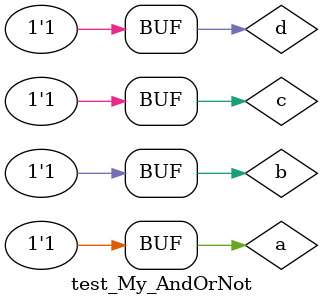
<source format=v>
`timescale 1ns / 1ps


module test_My_AndOrNot;

	// Inputs
	reg a;
	reg b;
	reg c;
	reg d;

	// Outputs
	wire y;

	// Instantiate the Unit Under Test (UUT)
	My_AndOrNot uut (
		.a(a), 
		.b(b), 
		.c(c), 
		.d(d), 
		.y(y)
	);

	initial begin
		// Initialize Inputs
		a = 0;
		b = 0;
		c = 0;
		d = 0;

		// Wait 100 ns for global reset to finish
		#100;
        
		// Add stimulus here
		#100
		a<=1;b<=0;c<=0;d<=0;
		#100
		a<=1;b<=1;c<=0;d<=0;
		#100
		a<=1;b<=1;c<=1;d<=0;
		#100
		a<=1;b<=1;c<=0;d<=1;
		#100
		a<=1;b<=1;c<=1;d<=1;

	end
      
endmodule


</source>
